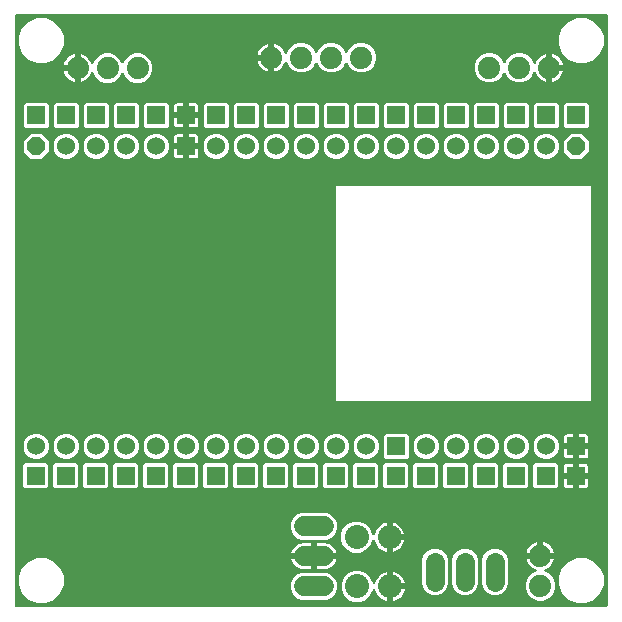
<source format=gbr>
G04 EAGLE Gerber RS-274X export*
G75*
%MOMM*%
%FSLAX34Y34*%
%LPD*%
%INTop Copper*%
%IPPOS*%
%AMOC8*
5,1,8,0,0,1.08239X$1,22.5*%
G01*
%ADD10C,2.032000*%
%ADD11C,1.879600*%
%ADD12C,1.676400*%
%ADD13C,1.650000*%
%ADD14P,1.649562X8X292.500000*%
%ADD15C,1.524000*%
%ADD16R,1.524000X1.524000*%

G36*
X503800Y3064D02*
X503800Y3064D01*
X503919Y3071D01*
X503957Y3084D01*
X503998Y3089D01*
X504108Y3132D01*
X504221Y3169D01*
X504256Y3191D01*
X504293Y3206D01*
X504389Y3275D01*
X504490Y3339D01*
X504518Y3369D01*
X504551Y3392D01*
X504627Y3484D01*
X504708Y3571D01*
X504728Y3606D01*
X504753Y3637D01*
X504804Y3745D01*
X504862Y3849D01*
X504872Y3889D01*
X504889Y3925D01*
X504911Y4042D01*
X504941Y4157D01*
X504945Y4217D01*
X504949Y4237D01*
X504947Y4258D01*
X504951Y4318D01*
X504951Y503682D01*
X504936Y503800D01*
X504929Y503919D01*
X504916Y503957D01*
X504911Y503998D01*
X504868Y504108D01*
X504831Y504221D01*
X504809Y504256D01*
X504794Y504293D01*
X504725Y504389D01*
X504661Y504490D01*
X504631Y504518D01*
X504608Y504551D01*
X504516Y504627D01*
X504429Y504708D01*
X504394Y504728D01*
X504363Y504753D01*
X504255Y504804D01*
X504151Y504862D01*
X504111Y504872D01*
X504075Y504889D01*
X503958Y504911D01*
X503843Y504941D01*
X503783Y504945D01*
X503763Y504949D01*
X503742Y504947D01*
X503682Y504951D01*
X4318Y504951D01*
X4200Y504936D01*
X4081Y504929D01*
X4043Y504916D01*
X4002Y504911D01*
X3892Y504868D01*
X3779Y504831D01*
X3744Y504809D01*
X3707Y504794D01*
X3611Y504725D01*
X3510Y504661D01*
X3482Y504631D01*
X3449Y504608D01*
X3373Y504516D01*
X3292Y504429D01*
X3272Y504394D01*
X3247Y504363D01*
X3196Y504255D01*
X3138Y504151D01*
X3128Y504111D01*
X3111Y504075D01*
X3089Y503958D01*
X3059Y503843D01*
X3055Y503783D01*
X3051Y503763D01*
X3053Y503742D01*
X3049Y503682D01*
X3049Y4318D01*
X3064Y4200D01*
X3071Y4081D01*
X3084Y4043D01*
X3089Y4002D01*
X3132Y3892D01*
X3169Y3779D01*
X3191Y3744D01*
X3206Y3707D01*
X3275Y3611D01*
X3339Y3510D01*
X3369Y3482D01*
X3392Y3449D01*
X3484Y3373D01*
X3571Y3292D01*
X3606Y3272D01*
X3637Y3247D01*
X3745Y3196D01*
X3849Y3138D01*
X3889Y3128D01*
X3925Y3111D01*
X4042Y3089D01*
X4157Y3059D01*
X4217Y3055D01*
X4237Y3051D01*
X4258Y3053D01*
X4318Y3049D01*
X503682Y3049D01*
X503800Y3064D01*
G37*
%LPC*%
G36*
X275082Y177291D02*
X275082Y177291D01*
X275081Y177292D01*
X275081Y359537D01*
X275082Y359538D01*
X490982Y359538D01*
X490983Y359537D01*
X490983Y177292D01*
X490982Y177291D01*
X275082Y177291D01*
G37*
%LPD*%
%LPC*%
G36*
X243142Y455929D02*
X243142Y455929D01*
X238568Y457824D01*
X235066Y461326D01*
X233813Y464351D01*
X233798Y464377D01*
X233789Y464406D01*
X233719Y464515D01*
X233655Y464628D01*
X233634Y464649D01*
X233618Y464674D01*
X233524Y464763D01*
X233434Y464856D01*
X233408Y464872D01*
X233387Y464892D01*
X233273Y464955D01*
X233163Y465022D01*
X233134Y465031D01*
X233108Y465045D01*
X232983Y465078D01*
X232859Y465116D01*
X232829Y465117D01*
X232800Y465125D01*
X232670Y465125D01*
X232541Y465131D01*
X232512Y465125D01*
X232482Y465125D01*
X232357Y465093D01*
X232230Y465067D01*
X232203Y465054D01*
X232174Y465046D01*
X232061Y464984D01*
X231944Y464927D01*
X231921Y464908D01*
X231895Y464893D01*
X231801Y464805D01*
X231702Y464721D01*
X231685Y464696D01*
X231663Y464676D01*
X231594Y464567D01*
X231519Y464461D01*
X231508Y464433D01*
X231492Y464407D01*
X231433Y464258D01*
X231282Y463793D01*
X230429Y462119D01*
X229324Y460598D01*
X227996Y459270D01*
X226475Y458165D01*
X224801Y457312D01*
X223014Y456731D01*
X222757Y456691D01*
X222757Y467106D01*
X222742Y467224D01*
X222735Y467343D01*
X222722Y467381D01*
X222717Y467421D01*
X222674Y467532D01*
X222637Y467645D01*
X222615Y467679D01*
X222600Y467717D01*
X222530Y467813D01*
X222467Y467914D01*
X222437Y467942D01*
X222413Y467974D01*
X222322Y468050D01*
X222235Y468132D01*
X222200Y468151D01*
X222169Y468177D01*
X222061Y468228D01*
X221957Y468285D01*
X221917Y468296D01*
X221881Y468313D01*
X221764Y468335D01*
X221649Y468365D01*
X221588Y468369D01*
X221568Y468373D01*
X221548Y468371D01*
X221488Y468375D01*
X220217Y468375D01*
X220217Y468377D01*
X221488Y468377D01*
X221606Y468392D01*
X221725Y468399D01*
X221763Y468412D01*
X221803Y468417D01*
X221914Y468461D01*
X222027Y468497D01*
X222062Y468519D01*
X222099Y468534D01*
X222195Y468604D01*
X222296Y468667D01*
X222324Y468697D01*
X222357Y468721D01*
X222432Y468812D01*
X222514Y468899D01*
X222534Y468934D01*
X222559Y468966D01*
X222610Y469073D01*
X222668Y469178D01*
X222678Y469217D01*
X222695Y469253D01*
X222717Y469370D01*
X222747Y469485D01*
X222751Y469546D01*
X222755Y469566D01*
X222753Y469586D01*
X222757Y469646D01*
X222757Y480061D01*
X223014Y480021D01*
X224801Y479440D01*
X226475Y478587D01*
X227996Y477482D01*
X229324Y476154D01*
X230429Y474633D01*
X231282Y472959D01*
X231433Y472494D01*
X231446Y472467D01*
X231453Y472438D01*
X231513Y472324D01*
X231568Y472206D01*
X231587Y472183D01*
X231601Y472157D01*
X231688Y472061D01*
X231771Y471961D01*
X231795Y471944D01*
X231815Y471922D01*
X231924Y471850D01*
X232028Y471774D01*
X232056Y471763D01*
X232081Y471747D01*
X232204Y471705D01*
X232324Y471657D01*
X232354Y471653D01*
X232382Y471644D01*
X232511Y471633D01*
X232639Y471617D01*
X232669Y471621D01*
X232699Y471618D01*
X232827Y471641D01*
X232955Y471657D01*
X232983Y471668D01*
X233012Y471673D01*
X233130Y471726D01*
X233251Y471774D01*
X233275Y471791D01*
X233302Y471803D01*
X233403Y471884D01*
X233508Y471960D01*
X233527Y471983D01*
X233551Y472002D01*
X233629Y472106D01*
X233711Y472205D01*
X233724Y472232D01*
X233742Y472256D01*
X233813Y472401D01*
X235066Y475426D01*
X238568Y478928D01*
X243142Y480823D01*
X248094Y480823D01*
X252668Y478928D01*
X256170Y475426D01*
X257145Y473071D01*
X257214Y472951D01*
X257279Y472828D01*
X257293Y472813D01*
X257303Y472795D01*
X257400Y472695D01*
X257493Y472592D01*
X257510Y472581D01*
X257524Y472567D01*
X257642Y472494D01*
X257759Y472418D01*
X257778Y472411D01*
X257795Y472400D01*
X257928Y472360D01*
X258060Y472314D01*
X258080Y472313D01*
X258099Y472307D01*
X258238Y472300D01*
X258377Y472289D01*
X258397Y472293D01*
X258417Y472292D01*
X258553Y472320D01*
X258690Y472344D01*
X258709Y472352D01*
X258728Y472356D01*
X258853Y472417D01*
X258980Y472474D01*
X258996Y472487D01*
X259014Y472496D01*
X259120Y472586D01*
X259228Y472673D01*
X259241Y472689D01*
X259256Y472702D01*
X259336Y472816D01*
X259420Y472927D01*
X259432Y472952D01*
X259439Y472962D01*
X259446Y472981D01*
X259491Y473071D01*
X260466Y475426D01*
X263968Y478928D01*
X268542Y480823D01*
X273494Y480823D01*
X278068Y478928D01*
X281570Y475426D01*
X282545Y473071D01*
X282614Y472951D01*
X282679Y472828D01*
X282693Y472813D01*
X282703Y472795D01*
X282800Y472695D01*
X282893Y472592D01*
X282910Y472581D01*
X282924Y472567D01*
X283042Y472494D01*
X283159Y472418D01*
X283178Y472411D01*
X283195Y472400D01*
X283328Y472360D01*
X283460Y472314D01*
X283480Y472313D01*
X283499Y472307D01*
X283638Y472300D01*
X283777Y472289D01*
X283797Y472293D01*
X283817Y472292D01*
X283953Y472320D01*
X284090Y472344D01*
X284109Y472352D01*
X284128Y472356D01*
X284253Y472417D01*
X284380Y472474D01*
X284396Y472487D01*
X284414Y472496D01*
X284520Y472586D01*
X284628Y472673D01*
X284641Y472689D01*
X284656Y472702D01*
X284736Y472816D01*
X284820Y472927D01*
X284832Y472952D01*
X284839Y472962D01*
X284846Y472981D01*
X284891Y473071D01*
X285866Y475426D01*
X289368Y478928D01*
X293942Y480823D01*
X298894Y480823D01*
X303468Y478928D01*
X306970Y475426D01*
X308865Y470852D01*
X308865Y465900D01*
X306970Y461326D01*
X303468Y457824D01*
X298894Y455929D01*
X293942Y455929D01*
X289368Y457824D01*
X285866Y461326D01*
X284891Y463681D01*
X284822Y463801D01*
X284757Y463924D01*
X284743Y463939D01*
X284733Y463957D01*
X284636Y464057D01*
X284543Y464160D01*
X284526Y464171D01*
X284512Y464185D01*
X284393Y464258D01*
X284277Y464334D01*
X284258Y464341D01*
X284241Y464352D01*
X284108Y464392D01*
X283976Y464438D01*
X283956Y464439D01*
X283937Y464445D01*
X283798Y464452D01*
X283659Y464463D01*
X283639Y464459D01*
X283619Y464460D01*
X283483Y464432D01*
X283346Y464408D01*
X283327Y464400D01*
X283308Y464396D01*
X283182Y464335D01*
X283056Y464278D01*
X283040Y464265D01*
X283022Y464256D01*
X282916Y464166D01*
X282808Y464079D01*
X282795Y464063D01*
X282780Y464050D01*
X282700Y463936D01*
X282616Y463825D01*
X282604Y463800D01*
X282597Y463790D01*
X282590Y463771D01*
X282545Y463681D01*
X281570Y461326D01*
X278068Y457824D01*
X273494Y455929D01*
X268542Y455929D01*
X263968Y457824D01*
X260466Y461326D01*
X259491Y463681D01*
X259422Y463801D01*
X259357Y463924D01*
X259343Y463939D01*
X259333Y463957D01*
X259236Y464057D01*
X259143Y464160D01*
X259126Y464171D01*
X259112Y464185D01*
X258993Y464258D01*
X258877Y464334D01*
X258858Y464341D01*
X258841Y464352D01*
X258708Y464392D01*
X258576Y464438D01*
X258556Y464439D01*
X258537Y464445D01*
X258398Y464452D01*
X258259Y464463D01*
X258239Y464459D01*
X258219Y464460D01*
X258083Y464432D01*
X257946Y464408D01*
X257927Y464400D01*
X257908Y464396D01*
X257782Y464335D01*
X257656Y464278D01*
X257640Y464265D01*
X257622Y464256D01*
X257516Y464166D01*
X257408Y464079D01*
X257395Y464063D01*
X257380Y464050D01*
X257300Y463936D01*
X257216Y463825D01*
X257204Y463800D01*
X257197Y463790D01*
X257190Y463771D01*
X257145Y463681D01*
X256170Y461326D01*
X252668Y457824D01*
X248094Y455929D01*
X243142Y455929D01*
G37*
%LPD*%
%LPC*%
G36*
X79058Y447039D02*
X79058Y447039D01*
X74484Y448934D01*
X70982Y452436D01*
X69729Y455461D01*
X69714Y455487D01*
X69705Y455516D01*
X69636Y455625D01*
X69571Y455738D01*
X69550Y455759D01*
X69534Y455784D01*
X69440Y455873D01*
X69350Y455966D01*
X69324Y455982D01*
X69303Y456002D01*
X69189Y456065D01*
X69079Y456132D01*
X69050Y456141D01*
X69024Y456155D01*
X68898Y456188D01*
X68775Y456226D01*
X68745Y456227D01*
X68716Y456235D01*
X68586Y456235D01*
X68457Y456241D01*
X68428Y456235D01*
X68398Y456235D01*
X68272Y456203D01*
X68146Y456177D01*
X68119Y456164D01*
X68090Y456156D01*
X67976Y456094D01*
X67860Y456037D01*
X67837Y456018D01*
X67811Y456003D01*
X67716Y455915D01*
X67618Y455831D01*
X67601Y455806D01*
X67579Y455786D01*
X67510Y455677D01*
X67435Y455571D01*
X67424Y455543D01*
X67408Y455517D01*
X67349Y455368D01*
X67198Y454903D01*
X66345Y453229D01*
X65240Y451708D01*
X63912Y450380D01*
X62391Y449275D01*
X60717Y448422D01*
X58930Y447841D01*
X58673Y447801D01*
X58673Y458216D01*
X58658Y458334D01*
X58651Y458453D01*
X58638Y458491D01*
X58633Y458531D01*
X58590Y458642D01*
X58553Y458755D01*
X58531Y458789D01*
X58516Y458827D01*
X58446Y458923D01*
X58383Y459024D01*
X58353Y459052D01*
X58329Y459084D01*
X58238Y459160D01*
X58151Y459242D01*
X58116Y459261D01*
X58085Y459287D01*
X57977Y459338D01*
X57873Y459395D01*
X57833Y459406D01*
X57797Y459423D01*
X57680Y459445D01*
X57565Y459475D01*
X57504Y459479D01*
X57484Y459483D01*
X57464Y459481D01*
X57404Y459485D01*
X56133Y459485D01*
X56133Y459487D01*
X57404Y459487D01*
X57522Y459502D01*
X57641Y459509D01*
X57679Y459522D01*
X57719Y459527D01*
X57830Y459571D01*
X57943Y459607D01*
X57978Y459629D01*
X58015Y459644D01*
X58111Y459714D01*
X58212Y459777D01*
X58240Y459807D01*
X58273Y459831D01*
X58348Y459922D01*
X58430Y460009D01*
X58450Y460044D01*
X58475Y460076D01*
X58526Y460183D01*
X58584Y460288D01*
X58594Y460327D01*
X58611Y460363D01*
X58633Y460480D01*
X58663Y460595D01*
X58667Y460656D01*
X58671Y460676D01*
X58669Y460696D01*
X58673Y460756D01*
X58673Y471171D01*
X58930Y471131D01*
X60717Y470550D01*
X62391Y469697D01*
X63912Y468592D01*
X65240Y467264D01*
X66345Y465743D01*
X67198Y464069D01*
X67349Y463604D01*
X67362Y463577D01*
X67369Y463548D01*
X67429Y463433D01*
X67484Y463316D01*
X67503Y463293D01*
X67517Y463267D01*
X67605Y463171D01*
X67687Y463071D01*
X67711Y463054D01*
X67731Y463032D01*
X67840Y462960D01*
X67944Y462884D01*
X67972Y462873D01*
X67997Y462857D01*
X68120Y462815D01*
X68240Y462767D01*
X68270Y462763D01*
X68298Y462754D01*
X68427Y462743D01*
X68555Y462727D01*
X68585Y462731D01*
X68615Y462728D01*
X68743Y462751D01*
X68871Y462767D01*
X68899Y462778D01*
X68928Y462783D01*
X69046Y462836D01*
X69167Y462884D01*
X69191Y462901D01*
X69218Y462913D01*
X69319Y462994D01*
X69424Y463070D01*
X69443Y463093D01*
X69467Y463112D01*
X69544Y463215D01*
X69627Y463315D01*
X69640Y463342D01*
X69658Y463366D01*
X69729Y463511D01*
X70982Y466536D01*
X74484Y470038D01*
X79058Y471933D01*
X84010Y471933D01*
X88584Y470038D01*
X92086Y466536D01*
X93061Y464181D01*
X93130Y464061D01*
X93195Y463938D01*
X93209Y463923D01*
X93219Y463905D01*
X93316Y463805D01*
X93409Y463702D01*
X93426Y463691D01*
X93440Y463677D01*
X93559Y463604D01*
X93675Y463528D01*
X93694Y463521D01*
X93711Y463510D01*
X93844Y463470D01*
X93976Y463424D01*
X93996Y463423D01*
X94015Y463417D01*
X94154Y463410D01*
X94293Y463399D01*
X94313Y463403D01*
X94333Y463402D01*
X94469Y463430D01*
X94606Y463454D01*
X94625Y463462D01*
X94644Y463466D01*
X94770Y463527D01*
X94896Y463584D01*
X94912Y463597D01*
X94930Y463606D01*
X95036Y463696D01*
X95144Y463783D01*
X95157Y463799D01*
X95172Y463812D01*
X95252Y463926D01*
X95336Y464037D01*
X95348Y464062D01*
X95355Y464072D01*
X95362Y464091D01*
X95407Y464181D01*
X96382Y466536D01*
X99884Y470038D01*
X104458Y471933D01*
X109410Y471933D01*
X113984Y470038D01*
X117486Y466536D01*
X119381Y461962D01*
X119381Y457010D01*
X117486Y452436D01*
X113984Y448934D01*
X109410Y447039D01*
X104458Y447039D01*
X99884Y448934D01*
X96382Y452436D01*
X95407Y454791D01*
X95338Y454911D01*
X95273Y455034D01*
X95259Y455049D01*
X95249Y455067D01*
X95152Y455167D01*
X95059Y455270D01*
X95042Y455281D01*
X95028Y455295D01*
X94910Y455368D01*
X94793Y455444D01*
X94774Y455451D01*
X94757Y455462D01*
X94624Y455502D01*
X94492Y455548D01*
X94472Y455549D01*
X94453Y455555D01*
X94314Y455562D01*
X94175Y455573D01*
X94155Y455569D01*
X94135Y455570D01*
X93999Y455542D01*
X93862Y455518D01*
X93843Y455510D01*
X93824Y455506D01*
X93699Y455445D01*
X93572Y455388D01*
X93556Y455375D01*
X93538Y455366D01*
X93432Y455276D01*
X93324Y455189D01*
X93311Y455173D01*
X93296Y455160D01*
X93216Y455046D01*
X93132Y454935D01*
X93120Y454910D01*
X93113Y454900D01*
X93106Y454881D01*
X93061Y454791D01*
X92086Y452436D01*
X88584Y448934D01*
X84010Y447039D01*
X79058Y447039D01*
G37*
%LPD*%
%LPC*%
G36*
X402400Y447293D02*
X402400Y447293D01*
X397826Y449188D01*
X394324Y452690D01*
X392429Y457264D01*
X392429Y462216D01*
X394324Y466790D01*
X397826Y470292D01*
X402400Y472187D01*
X407352Y472187D01*
X411926Y470292D01*
X415428Y466790D01*
X416403Y464435D01*
X416472Y464315D01*
X416537Y464192D01*
X416551Y464177D01*
X416561Y464159D01*
X416658Y464059D01*
X416751Y463956D01*
X416768Y463945D01*
X416782Y463931D01*
X416900Y463858D01*
X417017Y463782D01*
X417036Y463775D01*
X417053Y463764D01*
X417186Y463724D01*
X417318Y463678D01*
X417338Y463677D01*
X417357Y463671D01*
X417496Y463664D01*
X417635Y463653D01*
X417655Y463657D01*
X417675Y463656D01*
X417811Y463684D01*
X417948Y463708D01*
X417967Y463716D01*
X417986Y463720D01*
X418111Y463781D01*
X418238Y463838D01*
X418254Y463851D01*
X418272Y463860D01*
X418378Y463950D01*
X418486Y464037D01*
X418499Y464053D01*
X418514Y464066D01*
X418594Y464180D01*
X418678Y464291D01*
X418690Y464316D01*
X418697Y464326D01*
X418704Y464345D01*
X418749Y464435D01*
X419724Y466790D01*
X423226Y470292D01*
X427800Y472187D01*
X432752Y472187D01*
X437326Y470292D01*
X440828Y466790D01*
X442081Y463765D01*
X442096Y463739D01*
X442105Y463710D01*
X442175Y463601D01*
X442239Y463488D01*
X442260Y463467D01*
X442276Y463442D01*
X442370Y463353D01*
X442460Y463260D01*
X442486Y463244D01*
X442507Y463224D01*
X442621Y463161D01*
X442731Y463094D01*
X442760Y463085D01*
X442786Y463071D01*
X442911Y463038D01*
X443035Y463000D01*
X443065Y462999D01*
X443094Y462991D01*
X443224Y462991D01*
X443353Y462985D01*
X443382Y462991D01*
X443412Y462991D01*
X443537Y463023D01*
X443664Y463049D01*
X443691Y463062D01*
X443720Y463070D01*
X443833Y463132D01*
X443950Y463189D01*
X443973Y463208D01*
X443999Y463223D01*
X444093Y463311D01*
X444192Y463395D01*
X444209Y463420D01*
X444231Y463440D01*
X444300Y463549D01*
X444375Y463655D01*
X444386Y463683D01*
X444402Y463709D01*
X444461Y463858D01*
X444612Y464323D01*
X445465Y465997D01*
X446570Y467518D01*
X447898Y468846D01*
X449419Y469951D01*
X451093Y470804D01*
X452880Y471385D01*
X453137Y471425D01*
X453137Y461010D01*
X453152Y460892D01*
X453159Y460773D01*
X453172Y460735D01*
X453177Y460695D01*
X453220Y460584D01*
X453257Y460471D01*
X453279Y460437D01*
X453294Y460399D01*
X453364Y460303D01*
X453427Y460202D01*
X453457Y460174D01*
X453480Y460142D01*
X453572Y460066D01*
X453659Y459984D01*
X453694Y459965D01*
X453725Y459939D01*
X453833Y459888D01*
X453937Y459831D01*
X453977Y459820D01*
X454013Y459803D01*
X454130Y459781D01*
X454245Y459751D01*
X454306Y459747D01*
X454326Y459743D01*
X454346Y459745D01*
X454406Y459741D01*
X455677Y459741D01*
X455677Y459739D01*
X454406Y459739D01*
X454288Y459724D01*
X454169Y459717D01*
X454131Y459704D01*
X454090Y459699D01*
X453980Y459655D01*
X453867Y459619D01*
X453832Y459597D01*
X453795Y459582D01*
X453699Y459512D01*
X453598Y459449D01*
X453570Y459419D01*
X453537Y459395D01*
X453462Y459304D01*
X453380Y459217D01*
X453360Y459182D01*
X453335Y459150D01*
X453284Y459043D01*
X453226Y458938D01*
X453216Y458899D01*
X453199Y458863D01*
X453177Y458746D01*
X453147Y458631D01*
X453143Y458570D01*
X453139Y458550D01*
X453141Y458530D01*
X453137Y458470D01*
X453137Y448055D01*
X452880Y448095D01*
X451093Y448676D01*
X449419Y449529D01*
X447898Y450634D01*
X446570Y451962D01*
X445465Y453483D01*
X444612Y455157D01*
X444461Y455622D01*
X444448Y455649D01*
X444441Y455678D01*
X444381Y455792D01*
X444326Y455910D01*
X444307Y455933D01*
X444293Y455959D01*
X444206Y456055D01*
X444123Y456155D01*
X444099Y456172D01*
X444079Y456194D01*
X443970Y456266D01*
X443866Y456342D01*
X443838Y456353D01*
X443813Y456369D01*
X443690Y456411D01*
X443570Y456459D01*
X443540Y456463D01*
X443512Y456472D01*
X443383Y456483D01*
X443255Y456499D01*
X443225Y456495D01*
X443195Y456498D01*
X443067Y456475D01*
X442939Y456459D01*
X442911Y456448D01*
X442882Y456443D01*
X442764Y456390D01*
X442643Y456342D01*
X442619Y456325D01*
X442592Y456313D01*
X442491Y456232D01*
X442386Y456156D01*
X442367Y456133D01*
X442343Y456114D01*
X442265Y456010D01*
X442183Y455911D01*
X442170Y455884D01*
X442152Y455860D01*
X442081Y455715D01*
X440828Y452690D01*
X437326Y449188D01*
X432752Y447293D01*
X427800Y447293D01*
X423226Y449188D01*
X419724Y452690D01*
X418749Y455045D01*
X418680Y455165D01*
X418615Y455288D01*
X418601Y455303D01*
X418591Y455321D01*
X418494Y455421D01*
X418401Y455524D01*
X418384Y455535D01*
X418370Y455549D01*
X418251Y455622D01*
X418135Y455698D01*
X418116Y455705D01*
X418099Y455716D01*
X417966Y455756D01*
X417834Y455802D01*
X417814Y455803D01*
X417795Y455809D01*
X417656Y455816D01*
X417517Y455827D01*
X417497Y455823D01*
X417477Y455824D01*
X417341Y455796D01*
X417204Y455772D01*
X417185Y455764D01*
X417166Y455760D01*
X417040Y455699D01*
X416914Y455642D01*
X416898Y455629D01*
X416880Y455620D01*
X416774Y455530D01*
X416666Y455443D01*
X416653Y455427D01*
X416638Y455414D01*
X416558Y455300D01*
X416474Y455189D01*
X416462Y455164D01*
X416455Y455154D01*
X416448Y455135D01*
X416403Y455045D01*
X415428Y452690D01*
X411926Y449188D01*
X407352Y447293D01*
X402400Y447293D01*
G37*
%LPD*%
%LPC*%
G36*
X478836Y463676D02*
X478836Y463676D01*
X471881Y466557D01*
X466557Y471881D01*
X463676Y478836D01*
X463676Y486364D01*
X466557Y493319D01*
X471881Y498643D01*
X478836Y501524D01*
X486364Y501524D01*
X493319Y498643D01*
X498643Y493319D01*
X501524Y486364D01*
X501524Y478836D01*
X498643Y471881D01*
X493319Y466557D01*
X486364Y463676D01*
X478836Y463676D01*
G37*
%LPD*%
%LPC*%
G36*
X21636Y463676D02*
X21636Y463676D01*
X14681Y466557D01*
X9357Y471881D01*
X6476Y478836D01*
X6476Y486364D01*
X9357Y493319D01*
X14681Y498643D01*
X21636Y501524D01*
X29164Y501524D01*
X36119Y498643D01*
X41443Y493319D01*
X44324Y486364D01*
X44324Y478836D01*
X41443Y471881D01*
X36119Y466557D01*
X29164Y463676D01*
X21636Y463676D01*
G37*
%LPD*%
%LPC*%
G36*
X478836Y6476D02*
X478836Y6476D01*
X471881Y9357D01*
X466557Y14681D01*
X463676Y21636D01*
X463676Y29164D01*
X466557Y36119D01*
X471881Y41443D01*
X478836Y44324D01*
X486364Y44324D01*
X493319Y41443D01*
X498643Y36119D01*
X501524Y29164D01*
X501524Y21636D01*
X498643Y14681D01*
X493319Y9357D01*
X486364Y6476D01*
X478836Y6476D01*
G37*
%LPD*%
%LPC*%
G36*
X21636Y6476D02*
X21636Y6476D01*
X14681Y9357D01*
X9357Y14681D01*
X6476Y21636D01*
X6476Y29164D01*
X9357Y36119D01*
X14681Y41443D01*
X21636Y44324D01*
X29164Y44324D01*
X36119Y41443D01*
X41443Y36119D01*
X44324Y29164D01*
X44324Y21636D01*
X41443Y14681D01*
X36119Y9357D01*
X29164Y6476D01*
X21636Y6476D01*
G37*
%LPD*%
%LPC*%
G36*
X245630Y9397D02*
X245630Y9397D01*
X241429Y11137D01*
X238213Y14353D01*
X236473Y18554D01*
X236473Y23102D01*
X238213Y27303D01*
X241429Y30519D01*
X245630Y32259D01*
X266942Y32259D01*
X271143Y30519D01*
X274359Y27303D01*
X276099Y23102D01*
X276099Y18554D01*
X274359Y14353D01*
X271143Y11137D01*
X266942Y9397D01*
X245630Y9397D01*
G37*
%LPD*%
%LPC*%
G36*
X245630Y60197D02*
X245630Y60197D01*
X241429Y61937D01*
X238213Y65153D01*
X236473Y69354D01*
X236473Y73902D01*
X238213Y78103D01*
X241429Y81319D01*
X245630Y83059D01*
X266942Y83059D01*
X271143Y81319D01*
X274359Y78103D01*
X276099Y73902D01*
X276099Y69354D01*
X274359Y65153D01*
X271143Y61937D01*
X266942Y60197D01*
X245630Y60197D01*
G37*
%LPD*%
%LPC*%
G36*
X407454Y13471D02*
X407454Y13471D01*
X403302Y15191D01*
X400123Y18370D01*
X398403Y22522D01*
X398403Y43518D01*
X400123Y47670D01*
X403302Y50849D01*
X407454Y52569D01*
X411950Y52569D01*
X416102Y50849D01*
X419281Y47670D01*
X421001Y43518D01*
X421001Y22522D01*
X419281Y18370D01*
X416102Y15191D01*
X411950Y13471D01*
X407454Y13471D01*
G37*
%LPD*%
%LPC*%
G36*
X382054Y13471D02*
X382054Y13471D01*
X377902Y15191D01*
X374723Y18370D01*
X373003Y22522D01*
X373003Y43518D01*
X374723Y47670D01*
X377902Y50849D01*
X382054Y52569D01*
X386550Y52569D01*
X390702Y50849D01*
X393881Y47670D01*
X395601Y43518D01*
X395601Y22522D01*
X393881Y18370D01*
X390702Y15191D01*
X386550Y13471D01*
X382054Y13471D01*
G37*
%LPD*%
%LPC*%
G36*
X356654Y13471D02*
X356654Y13471D01*
X352502Y15191D01*
X349323Y18370D01*
X347603Y22522D01*
X347603Y43518D01*
X349323Y47670D01*
X352502Y50849D01*
X356654Y52569D01*
X361150Y52569D01*
X365302Y50849D01*
X368481Y47670D01*
X370201Y43518D01*
X370201Y22522D01*
X368481Y18370D01*
X365302Y15191D01*
X361150Y13471D01*
X356654Y13471D01*
G37*
%LPD*%
%LPC*%
G36*
X289727Y49021D02*
X289727Y49021D01*
X284872Y51032D01*
X281156Y54748D01*
X279145Y59603D01*
X279145Y64857D01*
X281156Y69712D01*
X284872Y73428D01*
X289727Y75439D01*
X294981Y75439D01*
X299836Y73428D01*
X303552Y69712D01*
X305496Y65018D01*
X305511Y64992D01*
X305520Y64964D01*
X305590Y64854D01*
X305654Y64742D01*
X305675Y64720D01*
X305691Y64695D01*
X305785Y64606D01*
X305875Y64513D01*
X305900Y64498D01*
X305922Y64477D01*
X306036Y64415D01*
X306146Y64347D01*
X306175Y64338D01*
X306201Y64324D01*
X306326Y64292D01*
X306450Y64253D01*
X306480Y64252D01*
X306509Y64245D01*
X306639Y64245D01*
X306768Y64238D01*
X306797Y64244D01*
X306827Y64244D01*
X306952Y64276D01*
X307079Y64303D01*
X307106Y64316D01*
X307135Y64323D01*
X307248Y64385D01*
X307365Y64442D01*
X307388Y64462D01*
X307414Y64476D01*
X307508Y64564D01*
X307607Y64649D01*
X307624Y64673D01*
X307646Y64694D01*
X307715Y64803D01*
X307790Y64909D01*
X307801Y64937D01*
X307817Y64962D01*
X307876Y65112D01*
X308524Y67105D01*
X309431Y68887D01*
X310606Y70504D01*
X312020Y71918D01*
X313637Y73093D01*
X315419Y74000D01*
X317320Y74618D01*
X317755Y74687D01*
X317755Y63500D01*
X317770Y63382D01*
X317777Y63263D01*
X317790Y63225D01*
X317795Y63185D01*
X317838Y63074D01*
X317875Y62961D01*
X317897Y62927D01*
X317912Y62889D01*
X317982Y62793D01*
X318045Y62692D01*
X318075Y62664D01*
X318098Y62632D01*
X318190Y62556D01*
X318277Y62474D01*
X318312Y62455D01*
X318343Y62429D01*
X318451Y62378D01*
X318555Y62321D01*
X318595Y62310D01*
X318631Y62293D01*
X318748Y62271D01*
X318863Y62241D01*
X318924Y62237D01*
X318944Y62233D01*
X318964Y62235D01*
X319024Y62231D01*
X320295Y62231D01*
X320295Y62229D01*
X319024Y62229D01*
X318906Y62214D01*
X318787Y62207D01*
X318749Y62194D01*
X318708Y62189D01*
X318598Y62145D01*
X318485Y62109D01*
X318450Y62087D01*
X318413Y62072D01*
X318317Y62002D01*
X318216Y61939D01*
X318188Y61909D01*
X318155Y61885D01*
X318080Y61794D01*
X317998Y61707D01*
X317978Y61672D01*
X317953Y61640D01*
X317902Y61533D01*
X317844Y61428D01*
X317834Y61389D01*
X317817Y61353D01*
X317795Y61236D01*
X317765Y61121D01*
X317761Y61060D01*
X317757Y61040D01*
X317759Y61020D01*
X317755Y60960D01*
X317755Y49773D01*
X317320Y49842D01*
X315419Y50460D01*
X313637Y51367D01*
X312020Y52542D01*
X310606Y53956D01*
X309431Y55573D01*
X308524Y57355D01*
X307876Y59348D01*
X307863Y59376D01*
X307856Y59405D01*
X307796Y59519D01*
X307741Y59636D01*
X307722Y59659D01*
X307708Y59686D01*
X307620Y59782D01*
X307538Y59881D01*
X307514Y59899D01*
X307494Y59921D01*
X307386Y59992D01*
X307281Y60068D01*
X307253Y60079D01*
X307228Y60096D01*
X307106Y60138D01*
X306985Y60186D01*
X306955Y60189D01*
X306927Y60199D01*
X306798Y60209D01*
X306670Y60226D01*
X306640Y60222D01*
X306610Y60224D01*
X306482Y60202D01*
X306354Y60186D01*
X306326Y60175D01*
X306297Y60170D01*
X306179Y60117D01*
X306058Y60069D01*
X306034Y60051D01*
X306007Y60039D01*
X305906Y59958D01*
X305801Y59882D01*
X305782Y59859D01*
X305758Y59841D01*
X305680Y59737D01*
X305598Y59637D01*
X305585Y59610D01*
X305567Y59587D01*
X305496Y59442D01*
X303552Y54748D01*
X299836Y51032D01*
X294981Y49021D01*
X289727Y49021D01*
G37*
%LPD*%
%LPC*%
G36*
X290235Y7365D02*
X290235Y7365D01*
X285380Y9376D01*
X281664Y13092D01*
X279653Y17947D01*
X279653Y23201D01*
X281664Y28056D01*
X285380Y31772D01*
X290235Y33783D01*
X295489Y33783D01*
X300344Y31772D01*
X304060Y28056D01*
X306004Y23362D01*
X306019Y23336D01*
X306028Y23308D01*
X306098Y23198D01*
X306162Y23086D01*
X306183Y23064D01*
X306199Y23039D01*
X306293Y22950D01*
X306383Y22857D01*
X306408Y22842D01*
X306430Y22821D01*
X306544Y22759D01*
X306654Y22691D01*
X306683Y22682D01*
X306709Y22668D01*
X306834Y22636D01*
X306958Y22597D01*
X306988Y22596D01*
X307017Y22589D01*
X307147Y22589D01*
X307276Y22582D01*
X307305Y22588D01*
X307335Y22588D01*
X307460Y22620D01*
X307587Y22647D01*
X307614Y22660D01*
X307643Y22667D01*
X307756Y22729D01*
X307873Y22786D01*
X307896Y22806D01*
X307922Y22820D01*
X308016Y22908D01*
X308115Y22993D01*
X308132Y23017D01*
X308154Y23038D01*
X308223Y23147D01*
X308298Y23253D01*
X308309Y23281D01*
X308325Y23306D01*
X308384Y23456D01*
X309032Y25449D01*
X309939Y27231D01*
X311114Y28848D01*
X312528Y30262D01*
X314145Y31437D01*
X315927Y32344D01*
X317828Y32962D01*
X318263Y33031D01*
X318263Y21844D01*
X318278Y21726D01*
X318285Y21607D01*
X318298Y21569D01*
X318303Y21529D01*
X318346Y21418D01*
X318383Y21305D01*
X318405Y21271D01*
X318420Y21233D01*
X318490Y21137D01*
X318553Y21036D01*
X318583Y21008D01*
X318606Y20976D01*
X318698Y20900D01*
X318785Y20818D01*
X318820Y20799D01*
X318851Y20773D01*
X318959Y20722D01*
X319063Y20665D01*
X319103Y20654D01*
X319139Y20637D01*
X319256Y20615D01*
X319371Y20585D01*
X319432Y20581D01*
X319452Y20577D01*
X319472Y20579D01*
X319532Y20575D01*
X320803Y20575D01*
X320803Y20573D01*
X319532Y20573D01*
X319414Y20558D01*
X319295Y20551D01*
X319257Y20538D01*
X319216Y20533D01*
X319106Y20489D01*
X318993Y20453D01*
X318958Y20431D01*
X318921Y20416D01*
X318825Y20346D01*
X318724Y20283D01*
X318696Y20253D01*
X318663Y20229D01*
X318588Y20138D01*
X318506Y20051D01*
X318486Y20016D01*
X318461Y19984D01*
X318410Y19877D01*
X318352Y19772D01*
X318342Y19733D01*
X318325Y19697D01*
X318303Y19580D01*
X318273Y19465D01*
X318269Y19404D01*
X318265Y19384D01*
X318267Y19364D01*
X318263Y19304D01*
X318263Y8117D01*
X317828Y8186D01*
X315927Y8804D01*
X314145Y9711D01*
X312528Y10886D01*
X311114Y12300D01*
X309939Y13917D01*
X309032Y15699D01*
X308384Y17692D01*
X308371Y17720D01*
X308364Y17749D01*
X308304Y17863D01*
X308249Y17980D01*
X308230Y18003D01*
X308216Y18030D01*
X308128Y18126D01*
X308046Y18225D01*
X308022Y18243D01*
X308002Y18265D01*
X307894Y18336D01*
X307789Y18412D01*
X307761Y18423D01*
X307736Y18440D01*
X307614Y18482D01*
X307493Y18530D01*
X307463Y18533D01*
X307435Y18543D01*
X307306Y18553D01*
X307178Y18570D01*
X307148Y18566D01*
X307118Y18568D01*
X306990Y18546D01*
X306862Y18530D01*
X306834Y18519D01*
X306805Y18514D01*
X306687Y18461D01*
X306566Y18413D01*
X306542Y18395D01*
X306515Y18383D01*
X306414Y18302D01*
X306309Y18226D01*
X306290Y18203D01*
X306266Y18185D01*
X306188Y18081D01*
X306106Y17981D01*
X306093Y17954D01*
X306075Y17931D01*
X306004Y17786D01*
X304060Y13092D01*
X300344Y9376D01*
X295489Y7365D01*
X290235Y7365D01*
G37*
%LPD*%
%LPC*%
G36*
X445580Y8635D02*
X445580Y8635D01*
X441006Y10530D01*
X437504Y14032D01*
X435609Y18606D01*
X435609Y23558D01*
X437504Y28132D01*
X441006Y31634D01*
X444031Y32887D01*
X444057Y32902D01*
X444086Y32911D01*
X444195Y32981D01*
X444308Y33045D01*
X444329Y33066D01*
X444354Y33082D01*
X444443Y33176D01*
X444536Y33266D01*
X444552Y33292D01*
X444572Y33313D01*
X444635Y33427D01*
X444702Y33537D01*
X444711Y33566D01*
X444725Y33592D01*
X444758Y33717D01*
X444796Y33841D01*
X444797Y33871D01*
X444805Y33900D01*
X444805Y34030D01*
X444811Y34159D01*
X444805Y34188D01*
X444805Y34218D01*
X444773Y34343D01*
X444747Y34470D01*
X444734Y34497D01*
X444726Y34526D01*
X444664Y34639D01*
X444607Y34756D01*
X444588Y34779D01*
X444573Y34805D01*
X444485Y34899D01*
X444401Y34998D01*
X444376Y35015D01*
X444356Y35037D01*
X444247Y35106D01*
X444141Y35181D01*
X444113Y35192D01*
X444087Y35208D01*
X443938Y35267D01*
X443473Y35418D01*
X441799Y36271D01*
X440278Y37376D01*
X438950Y38704D01*
X437845Y40225D01*
X436992Y41899D01*
X436411Y43686D01*
X436371Y43943D01*
X446786Y43943D01*
X446904Y43958D01*
X447023Y43965D01*
X447061Y43978D01*
X447101Y43983D01*
X447212Y44026D01*
X447325Y44063D01*
X447359Y44085D01*
X447397Y44100D01*
X447493Y44170D01*
X447594Y44233D01*
X447622Y44263D01*
X447654Y44286D01*
X447730Y44378D01*
X447812Y44465D01*
X447831Y44500D01*
X447857Y44531D01*
X447908Y44639D01*
X447965Y44743D01*
X447976Y44783D01*
X447993Y44819D01*
X448015Y44936D01*
X448045Y45051D01*
X448049Y45112D01*
X448053Y45132D01*
X448051Y45152D01*
X448055Y45212D01*
X448055Y46483D01*
X448057Y46483D01*
X448057Y45212D01*
X448072Y45094D01*
X448079Y44975D01*
X448092Y44937D01*
X448097Y44896D01*
X448141Y44786D01*
X448177Y44673D01*
X448199Y44638D01*
X448214Y44601D01*
X448284Y44505D01*
X448347Y44404D01*
X448377Y44376D01*
X448401Y44343D01*
X448492Y44268D01*
X448579Y44186D01*
X448614Y44166D01*
X448646Y44141D01*
X448753Y44090D01*
X448858Y44032D01*
X448897Y44022D01*
X448933Y44005D01*
X449050Y43983D01*
X449165Y43953D01*
X449226Y43949D01*
X449246Y43945D01*
X449266Y43947D01*
X449326Y43943D01*
X459741Y43943D01*
X459701Y43686D01*
X459120Y41899D01*
X458267Y40225D01*
X457162Y38704D01*
X455834Y37376D01*
X454313Y36271D01*
X452639Y35418D01*
X452174Y35267D01*
X452147Y35254D01*
X452118Y35247D01*
X452004Y35187D01*
X451886Y35132D01*
X451863Y35113D01*
X451837Y35099D01*
X451741Y35012D01*
X451641Y34929D01*
X451624Y34905D01*
X451602Y34885D01*
X451530Y34776D01*
X451454Y34672D01*
X451443Y34644D01*
X451427Y34619D01*
X451385Y34496D01*
X451337Y34376D01*
X451333Y34346D01*
X451324Y34318D01*
X451313Y34189D01*
X451297Y34061D01*
X451301Y34031D01*
X451298Y34001D01*
X451321Y33873D01*
X451337Y33745D01*
X451348Y33717D01*
X451353Y33688D01*
X451406Y33570D01*
X451454Y33449D01*
X451471Y33425D01*
X451483Y33398D01*
X451564Y33297D01*
X451640Y33192D01*
X451663Y33173D01*
X451682Y33149D01*
X451786Y33071D01*
X451885Y32989D01*
X451912Y32976D01*
X451936Y32958D01*
X452081Y32887D01*
X455106Y31634D01*
X458608Y28132D01*
X460503Y23558D01*
X460503Y18606D01*
X458608Y14032D01*
X455106Y10530D01*
X450532Y8635D01*
X445580Y8635D01*
G37*
%LPD*%
%LPC*%
G36*
X342399Y408685D02*
X342399Y408685D01*
X340613Y410471D01*
X340613Y428237D01*
X342399Y430023D01*
X360165Y430023D01*
X361951Y428237D01*
X361951Y410471D01*
X360165Y408685D01*
X342399Y408685D01*
G37*
%LPD*%
%LPC*%
G36*
X316999Y408685D02*
X316999Y408685D01*
X315213Y410471D01*
X315213Y428237D01*
X316999Y430023D01*
X334765Y430023D01*
X336551Y428237D01*
X336551Y410471D01*
X334765Y408685D01*
X316999Y408685D01*
G37*
%LPD*%
%LPC*%
G36*
X291599Y408685D02*
X291599Y408685D01*
X289813Y410471D01*
X289813Y428237D01*
X291599Y430023D01*
X309365Y430023D01*
X311151Y428237D01*
X311151Y410471D01*
X309365Y408685D01*
X291599Y408685D01*
G37*
%LPD*%
%LPC*%
G36*
X266199Y408685D02*
X266199Y408685D01*
X264413Y410471D01*
X264413Y428237D01*
X266199Y430023D01*
X283965Y430023D01*
X285751Y428237D01*
X285751Y410471D01*
X283965Y408685D01*
X266199Y408685D01*
G37*
%LPD*%
%LPC*%
G36*
X240799Y408685D02*
X240799Y408685D01*
X239013Y410471D01*
X239013Y428237D01*
X240799Y430023D01*
X258565Y430023D01*
X260351Y428237D01*
X260351Y410471D01*
X258565Y408685D01*
X240799Y408685D01*
G37*
%LPD*%
%LPC*%
G36*
X215399Y408685D02*
X215399Y408685D01*
X213613Y410471D01*
X213613Y428237D01*
X215399Y430023D01*
X233165Y430023D01*
X234951Y428237D01*
X234951Y410471D01*
X233165Y408685D01*
X215399Y408685D01*
G37*
%LPD*%
%LPC*%
G36*
X189999Y408685D02*
X189999Y408685D01*
X188213Y410471D01*
X188213Y428237D01*
X189999Y430023D01*
X207765Y430023D01*
X209551Y428237D01*
X209551Y410471D01*
X207765Y408685D01*
X189999Y408685D01*
G37*
%LPD*%
%LPC*%
G36*
X164599Y408685D02*
X164599Y408685D01*
X162813Y410471D01*
X162813Y428237D01*
X164599Y430023D01*
X182365Y430023D01*
X184151Y428237D01*
X184151Y410471D01*
X182365Y408685D01*
X164599Y408685D01*
G37*
%LPD*%
%LPC*%
G36*
X113799Y408685D02*
X113799Y408685D01*
X112013Y410471D01*
X112013Y428237D01*
X113799Y430023D01*
X131565Y430023D01*
X133351Y428237D01*
X133351Y410471D01*
X131565Y408685D01*
X113799Y408685D01*
G37*
%LPD*%
%LPC*%
G36*
X88399Y408685D02*
X88399Y408685D01*
X86613Y410471D01*
X86613Y428237D01*
X88399Y430023D01*
X106165Y430023D01*
X107951Y428237D01*
X107951Y410471D01*
X106165Y408685D01*
X88399Y408685D01*
G37*
%LPD*%
%LPC*%
G36*
X62999Y408685D02*
X62999Y408685D01*
X61213Y410471D01*
X61213Y428237D01*
X62999Y430023D01*
X80765Y430023D01*
X82551Y428237D01*
X82551Y410471D01*
X80765Y408685D01*
X62999Y408685D01*
G37*
%LPD*%
%LPC*%
G36*
X164345Y103631D02*
X164345Y103631D01*
X162559Y105417D01*
X162559Y123183D01*
X164345Y124969D01*
X182111Y124969D01*
X183897Y123183D01*
X183897Y105417D01*
X182111Y103631D01*
X164345Y103631D01*
G37*
%LPD*%
%LPC*%
G36*
X12199Y408685D02*
X12199Y408685D01*
X10413Y410471D01*
X10413Y428237D01*
X12199Y430023D01*
X29965Y430023D01*
X31751Y428237D01*
X31751Y410471D01*
X29965Y408685D01*
X12199Y408685D01*
G37*
%LPD*%
%LPC*%
G36*
X291345Y103631D02*
X291345Y103631D01*
X289559Y105417D01*
X289559Y123183D01*
X291345Y124969D01*
X309111Y124969D01*
X310897Y123183D01*
X310897Y105417D01*
X309111Y103631D01*
X291345Y103631D01*
G37*
%LPD*%
%LPC*%
G36*
X316745Y103631D02*
X316745Y103631D01*
X314959Y105417D01*
X314959Y123183D01*
X316745Y124969D01*
X334511Y124969D01*
X336297Y123183D01*
X336297Y105417D01*
X334511Y103631D01*
X316745Y103631D01*
G37*
%LPD*%
%LPC*%
G36*
X342145Y103631D02*
X342145Y103631D01*
X340359Y105417D01*
X340359Y123183D01*
X342145Y124969D01*
X359911Y124969D01*
X361697Y123183D01*
X361697Y105417D01*
X359911Y103631D01*
X342145Y103631D01*
G37*
%LPD*%
%LPC*%
G36*
X367545Y103631D02*
X367545Y103631D01*
X365759Y105417D01*
X365759Y123183D01*
X367545Y124969D01*
X385311Y124969D01*
X387097Y123183D01*
X387097Y105417D01*
X385311Y103631D01*
X367545Y103631D01*
G37*
%LPD*%
%LPC*%
G36*
X392945Y103631D02*
X392945Y103631D01*
X391159Y105417D01*
X391159Y123183D01*
X392945Y124969D01*
X410711Y124969D01*
X412497Y123183D01*
X412497Y105417D01*
X410711Y103631D01*
X392945Y103631D01*
G37*
%LPD*%
%LPC*%
G36*
X11945Y103631D02*
X11945Y103631D01*
X10159Y105417D01*
X10159Y123183D01*
X11945Y124969D01*
X29711Y124969D01*
X31497Y123183D01*
X31497Y105417D01*
X29711Y103631D01*
X11945Y103631D01*
G37*
%LPD*%
%LPC*%
G36*
X37345Y103631D02*
X37345Y103631D01*
X35559Y105417D01*
X35559Y123183D01*
X37345Y124969D01*
X55111Y124969D01*
X56897Y123183D01*
X56897Y105417D01*
X55111Y103631D01*
X37345Y103631D01*
G37*
%LPD*%
%LPC*%
G36*
X316999Y128523D02*
X316999Y128523D01*
X315213Y130309D01*
X315213Y148075D01*
X316999Y149861D01*
X334765Y149861D01*
X336551Y148075D01*
X336551Y130309D01*
X334765Y128523D01*
X316999Y128523D01*
G37*
%LPD*%
%LPC*%
G36*
X138945Y103631D02*
X138945Y103631D01*
X137159Y105417D01*
X137159Y123183D01*
X138945Y124969D01*
X156711Y124969D01*
X158497Y123183D01*
X158497Y105417D01*
X156711Y103631D01*
X138945Y103631D01*
G37*
%LPD*%
%LPC*%
G36*
X189745Y103631D02*
X189745Y103631D01*
X187959Y105417D01*
X187959Y123183D01*
X189745Y124969D01*
X207511Y124969D01*
X209297Y123183D01*
X209297Y105417D01*
X207511Y103631D01*
X189745Y103631D01*
G37*
%LPD*%
%LPC*%
G36*
X443745Y103631D02*
X443745Y103631D01*
X441959Y105417D01*
X441959Y123183D01*
X443745Y124969D01*
X461511Y124969D01*
X463297Y123183D01*
X463297Y105417D01*
X461511Y103631D01*
X443745Y103631D01*
G37*
%LPD*%
%LPC*%
G36*
X113545Y103631D02*
X113545Y103631D01*
X111759Y105417D01*
X111759Y123183D01*
X113545Y124969D01*
X131311Y124969D01*
X133097Y123183D01*
X133097Y105417D01*
X131311Y103631D01*
X113545Y103631D01*
G37*
%LPD*%
%LPC*%
G36*
X88145Y103631D02*
X88145Y103631D01*
X86359Y105417D01*
X86359Y123183D01*
X88145Y124969D01*
X105911Y124969D01*
X107697Y123183D01*
X107697Y105417D01*
X105911Y103631D01*
X88145Y103631D01*
G37*
%LPD*%
%LPC*%
G36*
X62745Y103631D02*
X62745Y103631D01*
X60959Y105417D01*
X60959Y123183D01*
X62745Y124969D01*
X80511Y124969D01*
X82297Y123183D01*
X82297Y105417D01*
X80511Y103631D01*
X62745Y103631D01*
G37*
%LPD*%
%LPC*%
G36*
X215145Y103631D02*
X215145Y103631D01*
X213359Y105417D01*
X213359Y123183D01*
X215145Y124969D01*
X232911Y124969D01*
X234697Y123183D01*
X234697Y105417D01*
X232911Y103631D01*
X215145Y103631D01*
G37*
%LPD*%
%LPC*%
G36*
X240545Y103631D02*
X240545Y103631D01*
X238759Y105417D01*
X238759Y123183D01*
X240545Y124969D01*
X258311Y124969D01*
X260097Y123183D01*
X260097Y105417D01*
X258311Y103631D01*
X240545Y103631D01*
G37*
%LPD*%
%LPC*%
G36*
X37599Y408685D02*
X37599Y408685D01*
X35813Y410471D01*
X35813Y428237D01*
X37599Y430023D01*
X55365Y430023D01*
X57151Y428237D01*
X57151Y410471D01*
X55365Y408685D01*
X37599Y408685D01*
G37*
%LPD*%
%LPC*%
G36*
X265945Y103631D02*
X265945Y103631D01*
X264159Y105417D01*
X264159Y123183D01*
X265945Y124969D01*
X283711Y124969D01*
X285497Y123183D01*
X285497Y105417D01*
X283711Y103631D01*
X265945Y103631D01*
G37*
%LPD*%
%LPC*%
G36*
X469399Y408685D02*
X469399Y408685D01*
X467613Y410471D01*
X467613Y428237D01*
X469399Y430023D01*
X487165Y430023D01*
X488951Y428237D01*
X488951Y410471D01*
X487165Y408685D01*
X469399Y408685D01*
G37*
%LPD*%
%LPC*%
G36*
X443999Y408685D02*
X443999Y408685D01*
X442213Y410471D01*
X442213Y428237D01*
X443999Y430023D01*
X461765Y430023D01*
X463551Y428237D01*
X463551Y410471D01*
X461765Y408685D01*
X443999Y408685D01*
G37*
%LPD*%
%LPC*%
G36*
X418599Y408685D02*
X418599Y408685D01*
X416813Y410471D01*
X416813Y428237D01*
X418599Y430023D01*
X436365Y430023D01*
X438151Y428237D01*
X438151Y410471D01*
X436365Y408685D01*
X418599Y408685D01*
G37*
%LPD*%
%LPC*%
G36*
X393199Y408685D02*
X393199Y408685D01*
X391413Y410471D01*
X391413Y428237D01*
X393199Y430023D01*
X410965Y430023D01*
X412751Y428237D01*
X412751Y410471D01*
X410965Y408685D01*
X393199Y408685D01*
G37*
%LPD*%
%LPC*%
G36*
X367799Y408685D02*
X367799Y408685D01*
X366013Y410471D01*
X366013Y428237D01*
X367799Y430023D01*
X385565Y430023D01*
X387351Y428237D01*
X387351Y410471D01*
X385565Y408685D01*
X367799Y408685D01*
G37*
%LPD*%
%LPC*%
G36*
X418345Y103631D02*
X418345Y103631D01*
X416559Y105417D01*
X416559Y123183D01*
X418345Y124969D01*
X436111Y124969D01*
X437897Y123183D01*
X437897Y105417D01*
X436111Y103631D01*
X418345Y103631D01*
G37*
%LPD*%
%LPC*%
G36*
X16663Y382523D02*
X16663Y382523D01*
X10413Y388773D01*
X10413Y397611D01*
X16663Y403861D01*
X25501Y403861D01*
X31751Y397611D01*
X31751Y388773D01*
X25501Y382523D01*
X16663Y382523D01*
G37*
%LPD*%
%LPC*%
G36*
X473863Y382523D02*
X473863Y382523D01*
X467613Y388773D01*
X467613Y397611D01*
X473863Y403861D01*
X482701Y403861D01*
X488951Y397611D01*
X488951Y388773D01*
X482701Y382523D01*
X473863Y382523D01*
G37*
%LPD*%
%LPC*%
G36*
X120560Y382523D02*
X120560Y382523D01*
X116639Y384147D01*
X113637Y387149D01*
X112013Y391070D01*
X112013Y395314D01*
X113637Y399235D01*
X116639Y402237D01*
X120560Y403861D01*
X124804Y403861D01*
X128725Y402237D01*
X131727Y399235D01*
X133351Y395314D01*
X133351Y391070D01*
X131727Y387149D01*
X128725Y384147D01*
X124804Y382523D01*
X120560Y382523D01*
G37*
%LPD*%
%LPC*%
G36*
X95160Y382523D02*
X95160Y382523D01*
X91239Y384147D01*
X88237Y387149D01*
X86613Y391070D01*
X86613Y395314D01*
X88237Y399235D01*
X91239Y402237D01*
X95160Y403861D01*
X99404Y403861D01*
X103325Y402237D01*
X106327Y399235D01*
X107951Y395314D01*
X107951Y391070D01*
X106327Y387149D01*
X103325Y384147D01*
X99404Y382523D01*
X95160Y382523D01*
G37*
%LPD*%
%LPC*%
G36*
X69760Y382523D02*
X69760Y382523D01*
X65839Y384147D01*
X62837Y387149D01*
X61213Y391070D01*
X61213Y395314D01*
X62837Y399235D01*
X65839Y402237D01*
X69760Y403861D01*
X74004Y403861D01*
X77925Y402237D01*
X80927Y399235D01*
X82551Y395314D01*
X82551Y391070D01*
X80927Y387149D01*
X77925Y384147D01*
X74004Y382523D01*
X69760Y382523D01*
G37*
%LPD*%
%LPC*%
G36*
X399960Y128523D02*
X399960Y128523D01*
X396039Y130147D01*
X393037Y133149D01*
X391413Y137070D01*
X391413Y141314D01*
X393037Y145235D01*
X396039Y148237D01*
X399960Y149861D01*
X404204Y149861D01*
X408125Y148237D01*
X411127Y145235D01*
X412751Y141314D01*
X412751Y137070D01*
X411127Y133149D01*
X408125Y130147D01*
X404204Y128523D01*
X399960Y128523D01*
G37*
%LPD*%
%LPC*%
G36*
X374560Y128523D02*
X374560Y128523D01*
X370639Y130147D01*
X367637Y133149D01*
X366013Y137070D01*
X366013Y141314D01*
X367637Y145235D01*
X370639Y148237D01*
X374560Y149861D01*
X378804Y149861D01*
X382725Y148237D01*
X385727Y145235D01*
X387351Y141314D01*
X387351Y137070D01*
X385727Y133149D01*
X382725Y130147D01*
X378804Y128523D01*
X374560Y128523D01*
G37*
%LPD*%
%LPC*%
G36*
X450760Y128523D02*
X450760Y128523D01*
X446839Y130147D01*
X443837Y133149D01*
X442213Y137070D01*
X442213Y141314D01*
X443837Y145235D01*
X446839Y148237D01*
X450760Y149861D01*
X455004Y149861D01*
X458925Y148237D01*
X461927Y145235D01*
X463551Y141314D01*
X463551Y137070D01*
X461927Y133149D01*
X458925Y130147D01*
X455004Y128523D01*
X450760Y128523D01*
G37*
%LPD*%
%LPC*%
G36*
X425360Y128523D02*
X425360Y128523D01*
X421439Y130147D01*
X418437Y133149D01*
X416813Y137070D01*
X416813Y141314D01*
X418437Y145235D01*
X421439Y148237D01*
X425360Y149861D01*
X429604Y149861D01*
X433525Y148237D01*
X436527Y145235D01*
X438151Y141314D01*
X438151Y137070D01*
X436527Y133149D01*
X433525Y130147D01*
X429604Y128523D01*
X425360Y128523D01*
G37*
%LPD*%
%LPC*%
G36*
X145960Y128523D02*
X145960Y128523D01*
X142039Y130147D01*
X139037Y133149D01*
X137413Y137070D01*
X137413Y141314D01*
X139037Y145235D01*
X142039Y148237D01*
X145960Y149861D01*
X150204Y149861D01*
X154125Y148237D01*
X157127Y145235D01*
X158751Y141314D01*
X158751Y137070D01*
X157127Y133149D01*
X154125Y130147D01*
X150204Y128523D01*
X145960Y128523D01*
G37*
%LPD*%
%LPC*%
G36*
X120560Y128523D02*
X120560Y128523D01*
X116639Y130147D01*
X113637Y133149D01*
X112013Y137070D01*
X112013Y141314D01*
X113637Y145235D01*
X116639Y148237D01*
X120560Y149861D01*
X124804Y149861D01*
X128725Y148237D01*
X131727Y145235D01*
X133351Y141314D01*
X133351Y137070D01*
X131727Y133149D01*
X128725Y130147D01*
X124804Y128523D01*
X120560Y128523D01*
G37*
%LPD*%
%LPC*%
G36*
X349160Y128523D02*
X349160Y128523D01*
X345239Y130147D01*
X342237Y133149D01*
X340613Y137070D01*
X340613Y141314D01*
X342237Y145235D01*
X345239Y148237D01*
X349160Y149861D01*
X353404Y149861D01*
X357325Y148237D01*
X360327Y145235D01*
X361951Y141314D01*
X361951Y137070D01*
X360327Y133149D01*
X357325Y130147D01*
X353404Y128523D01*
X349160Y128523D01*
G37*
%LPD*%
%LPC*%
G36*
X298360Y128523D02*
X298360Y128523D01*
X294439Y130147D01*
X291437Y133149D01*
X289813Y137070D01*
X289813Y141314D01*
X291437Y145235D01*
X294439Y148237D01*
X298360Y149861D01*
X302604Y149861D01*
X306525Y148237D01*
X309527Y145235D01*
X311151Y141314D01*
X311151Y137070D01*
X309527Y133149D01*
X306525Y130147D01*
X302604Y128523D01*
X298360Y128523D01*
G37*
%LPD*%
%LPC*%
G36*
X272960Y128523D02*
X272960Y128523D01*
X269039Y130147D01*
X266037Y133149D01*
X264413Y137070D01*
X264413Y141314D01*
X266037Y145235D01*
X269039Y148237D01*
X272960Y149861D01*
X277204Y149861D01*
X281125Y148237D01*
X284127Y145235D01*
X285751Y141314D01*
X285751Y137070D01*
X284127Y133149D01*
X281125Y130147D01*
X277204Y128523D01*
X272960Y128523D01*
G37*
%LPD*%
%LPC*%
G36*
X247560Y128523D02*
X247560Y128523D01*
X243639Y130147D01*
X240637Y133149D01*
X239013Y137070D01*
X239013Y141314D01*
X240637Y145235D01*
X243639Y148237D01*
X247560Y149861D01*
X251804Y149861D01*
X255725Y148237D01*
X258727Y145235D01*
X260351Y141314D01*
X260351Y137070D01*
X258727Y133149D01*
X255725Y130147D01*
X251804Y128523D01*
X247560Y128523D01*
G37*
%LPD*%
%LPC*%
G36*
X222160Y128523D02*
X222160Y128523D01*
X218239Y130147D01*
X215237Y133149D01*
X213613Y137070D01*
X213613Y141314D01*
X215237Y145235D01*
X218239Y148237D01*
X222160Y149861D01*
X226404Y149861D01*
X230325Y148237D01*
X233327Y145235D01*
X234951Y141314D01*
X234951Y137070D01*
X233327Y133149D01*
X230325Y130147D01*
X226404Y128523D01*
X222160Y128523D01*
G37*
%LPD*%
%LPC*%
G36*
X196760Y128523D02*
X196760Y128523D01*
X192839Y130147D01*
X189837Y133149D01*
X188213Y137070D01*
X188213Y141314D01*
X189837Y145235D01*
X192839Y148237D01*
X196760Y149861D01*
X201004Y149861D01*
X204925Y148237D01*
X207927Y145235D01*
X209551Y141314D01*
X209551Y137070D01*
X207927Y133149D01*
X204925Y130147D01*
X201004Y128523D01*
X196760Y128523D01*
G37*
%LPD*%
%LPC*%
G36*
X171360Y128523D02*
X171360Y128523D01*
X167439Y130147D01*
X164437Y133149D01*
X162813Y137070D01*
X162813Y141314D01*
X164437Y145235D01*
X167439Y148237D01*
X171360Y149861D01*
X175604Y149861D01*
X179525Y148237D01*
X182527Y145235D01*
X184151Y141314D01*
X184151Y137070D01*
X182527Y133149D01*
X179525Y130147D01*
X175604Y128523D01*
X171360Y128523D01*
G37*
%LPD*%
%LPC*%
G36*
X95160Y128523D02*
X95160Y128523D01*
X91239Y130147D01*
X88237Y133149D01*
X86613Y137070D01*
X86613Y141314D01*
X88237Y145235D01*
X91239Y148237D01*
X95160Y149861D01*
X99404Y149861D01*
X103325Y148237D01*
X106327Y145235D01*
X107951Y141314D01*
X107951Y137070D01*
X106327Y133149D01*
X103325Y130147D01*
X99404Y128523D01*
X95160Y128523D01*
G37*
%LPD*%
%LPC*%
G36*
X69760Y128523D02*
X69760Y128523D01*
X65839Y130147D01*
X62837Y133149D01*
X61213Y137070D01*
X61213Y141314D01*
X62837Y145235D01*
X65839Y148237D01*
X69760Y149861D01*
X74004Y149861D01*
X77925Y148237D01*
X80927Y145235D01*
X82551Y141314D01*
X82551Y137070D01*
X80927Y133149D01*
X77925Y130147D01*
X74004Y128523D01*
X69760Y128523D01*
G37*
%LPD*%
%LPC*%
G36*
X44360Y128523D02*
X44360Y128523D01*
X40439Y130147D01*
X37437Y133149D01*
X35813Y137070D01*
X35813Y141314D01*
X37437Y145235D01*
X40439Y148237D01*
X44360Y149861D01*
X48604Y149861D01*
X52525Y148237D01*
X55527Y145235D01*
X57151Y141314D01*
X57151Y137070D01*
X55527Y133149D01*
X52525Y130147D01*
X48604Y128523D01*
X44360Y128523D01*
G37*
%LPD*%
%LPC*%
G36*
X18960Y128523D02*
X18960Y128523D01*
X15039Y130147D01*
X12037Y133149D01*
X10413Y137070D01*
X10413Y141314D01*
X12037Y145235D01*
X15039Y148237D01*
X18960Y149861D01*
X23204Y149861D01*
X27125Y148237D01*
X30127Y145235D01*
X31751Y141314D01*
X31751Y137070D01*
X30127Y133149D01*
X27125Y130147D01*
X23204Y128523D01*
X18960Y128523D01*
G37*
%LPD*%
%LPC*%
G36*
X44360Y382523D02*
X44360Y382523D01*
X40439Y384147D01*
X37437Y387149D01*
X35813Y391070D01*
X35813Y395314D01*
X37437Y399235D01*
X40439Y402237D01*
X44360Y403861D01*
X48604Y403861D01*
X52525Y402237D01*
X55527Y399235D01*
X57151Y395314D01*
X57151Y391070D01*
X55527Y387149D01*
X52525Y384147D01*
X48604Y382523D01*
X44360Y382523D01*
G37*
%LPD*%
%LPC*%
G36*
X450760Y382523D02*
X450760Y382523D01*
X446839Y384147D01*
X443837Y387149D01*
X442213Y391070D01*
X442213Y395314D01*
X443837Y399235D01*
X446839Y402237D01*
X450760Y403861D01*
X455004Y403861D01*
X458925Y402237D01*
X461927Y399235D01*
X463551Y395314D01*
X463551Y391070D01*
X461927Y387149D01*
X458925Y384147D01*
X455004Y382523D01*
X450760Y382523D01*
G37*
%LPD*%
%LPC*%
G36*
X425360Y382523D02*
X425360Y382523D01*
X421439Y384147D01*
X418437Y387149D01*
X416813Y391070D01*
X416813Y395314D01*
X418437Y399235D01*
X421439Y402237D01*
X425360Y403861D01*
X429604Y403861D01*
X433525Y402237D01*
X436527Y399235D01*
X438151Y395314D01*
X438151Y391070D01*
X436527Y387149D01*
X433525Y384147D01*
X429604Y382523D01*
X425360Y382523D01*
G37*
%LPD*%
%LPC*%
G36*
X399960Y382523D02*
X399960Y382523D01*
X396039Y384147D01*
X393037Y387149D01*
X391413Y391070D01*
X391413Y395314D01*
X393037Y399235D01*
X396039Y402237D01*
X399960Y403861D01*
X404204Y403861D01*
X408125Y402237D01*
X411127Y399235D01*
X412751Y395314D01*
X412751Y391070D01*
X411127Y387149D01*
X408125Y384147D01*
X404204Y382523D01*
X399960Y382523D01*
G37*
%LPD*%
%LPC*%
G36*
X374560Y382523D02*
X374560Y382523D01*
X370639Y384147D01*
X367637Y387149D01*
X366013Y391070D01*
X366013Y395314D01*
X367637Y399235D01*
X370639Y402237D01*
X374560Y403861D01*
X378804Y403861D01*
X382725Y402237D01*
X385727Y399235D01*
X387351Y395314D01*
X387351Y391070D01*
X385727Y387149D01*
X382725Y384147D01*
X378804Y382523D01*
X374560Y382523D01*
G37*
%LPD*%
%LPC*%
G36*
X349160Y382523D02*
X349160Y382523D01*
X345239Y384147D01*
X342237Y387149D01*
X340613Y391070D01*
X340613Y395314D01*
X342237Y399235D01*
X345239Y402237D01*
X349160Y403861D01*
X353404Y403861D01*
X357325Y402237D01*
X360327Y399235D01*
X361951Y395314D01*
X361951Y391070D01*
X360327Y387149D01*
X357325Y384147D01*
X353404Y382523D01*
X349160Y382523D01*
G37*
%LPD*%
%LPC*%
G36*
X323760Y382523D02*
X323760Y382523D01*
X319839Y384147D01*
X316837Y387149D01*
X315213Y391070D01*
X315213Y395314D01*
X316837Y399235D01*
X319839Y402237D01*
X323760Y403861D01*
X328004Y403861D01*
X331925Y402237D01*
X334927Y399235D01*
X336551Y395314D01*
X336551Y391070D01*
X334927Y387149D01*
X331925Y384147D01*
X328004Y382523D01*
X323760Y382523D01*
G37*
%LPD*%
%LPC*%
G36*
X298360Y382523D02*
X298360Y382523D01*
X294439Y384147D01*
X291437Y387149D01*
X289813Y391070D01*
X289813Y395314D01*
X291437Y399235D01*
X294439Y402237D01*
X298360Y403861D01*
X302604Y403861D01*
X306525Y402237D01*
X309527Y399235D01*
X311151Y395314D01*
X311151Y391070D01*
X309527Y387149D01*
X306525Y384147D01*
X302604Y382523D01*
X298360Y382523D01*
G37*
%LPD*%
%LPC*%
G36*
X272960Y382523D02*
X272960Y382523D01*
X269039Y384147D01*
X266037Y387149D01*
X264413Y391070D01*
X264413Y395314D01*
X266037Y399235D01*
X269039Y402237D01*
X272960Y403861D01*
X277204Y403861D01*
X281125Y402237D01*
X284127Y399235D01*
X285751Y395314D01*
X285751Y391070D01*
X284127Y387149D01*
X281125Y384147D01*
X277204Y382523D01*
X272960Y382523D01*
G37*
%LPD*%
%LPC*%
G36*
X247560Y382523D02*
X247560Y382523D01*
X243639Y384147D01*
X240637Y387149D01*
X239013Y391070D01*
X239013Y395314D01*
X240637Y399235D01*
X243639Y402237D01*
X247560Y403861D01*
X251804Y403861D01*
X255725Y402237D01*
X258727Y399235D01*
X260351Y395314D01*
X260351Y391070D01*
X258727Y387149D01*
X255725Y384147D01*
X251804Y382523D01*
X247560Y382523D01*
G37*
%LPD*%
%LPC*%
G36*
X222160Y382523D02*
X222160Y382523D01*
X218239Y384147D01*
X215237Y387149D01*
X213613Y391070D01*
X213613Y395314D01*
X215237Y399235D01*
X218239Y402237D01*
X222160Y403861D01*
X226404Y403861D01*
X230325Y402237D01*
X233327Y399235D01*
X234951Y395314D01*
X234951Y391070D01*
X233327Y387149D01*
X230325Y384147D01*
X226404Y382523D01*
X222160Y382523D01*
G37*
%LPD*%
%LPC*%
G36*
X196760Y382523D02*
X196760Y382523D01*
X192839Y384147D01*
X189837Y387149D01*
X188213Y391070D01*
X188213Y395314D01*
X189837Y399235D01*
X192839Y402237D01*
X196760Y403861D01*
X201004Y403861D01*
X204925Y402237D01*
X207927Y399235D01*
X209551Y395314D01*
X209551Y391070D01*
X207927Y387149D01*
X204925Y384147D01*
X201004Y382523D01*
X196760Y382523D01*
G37*
%LPD*%
%LPC*%
G36*
X171360Y382523D02*
X171360Y382523D01*
X167439Y384147D01*
X164437Y387149D01*
X162813Y391070D01*
X162813Y395314D01*
X164437Y399235D01*
X167439Y402237D01*
X171360Y403861D01*
X175604Y403861D01*
X179525Y402237D01*
X182527Y399235D01*
X184151Y395314D01*
X184151Y391070D01*
X182527Y387149D01*
X179525Y384147D01*
X175604Y382523D01*
X171360Y382523D01*
G37*
%LPD*%
%LPC*%
G36*
X258825Y48767D02*
X258825Y48767D01*
X258825Y57151D01*
X265528Y57151D01*
X267226Y56882D01*
X268861Y56351D01*
X270393Y55570D01*
X271784Y54559D01*
X272999Y53344D01*
X274010Y51953D01*
X274791Y50421D01*
X275322Y48786D01*
X275325Y48767D01*
X258825Y48767D01*
G37*
%LPD*%
%LPC*%
G36*
X237247Y48767D02*
X237247Y48767D01*
X237250Y48786D01*
X237781Y50421D01*
X238562Y51953D01*
X239573Y53344D01*
X240788Y54559D01*
X242179Y55570D01*
X243711Y56351D01*
X245346Y56882D01*
X247044Y57151D01*
X253747Y57151D01*
X253747Y48767D01*
X237247Y48767D01*
G37*
%LPD*%
%LPC*%
G36*
X258825Y35305D02*
X258825Y35305D01*
X258825Y43689D01*
X275325Y43689D01*
X275322Y43670D01*
X274791Y42035D01*
X274010Y40503D01*
X272999Y39112D01*
X271784Y37897D01*
X270393Y36886D01*
X268861Y36105D01*
X267226Y35574D01*
X265528Y35305D01*
X258825Y35305D01*
G37*
%LPD*%
%LPC*%
G36*
X247044Y35305D02*
X247044Y35305D01*
X245346Y35574D01*
X243711Y36105D01*
X242179Y36886D01*
X240788Y37897D01*
X239573Y39112D01*
X238562Y40503D01*
X237781Y42035D01*
X237250Y43670D01*
X237247Y43689D01*
X253747Y43689D01*
X253747Y35305D01*
X247044Y35305D01*
G37*
%LPD*%
%LPC*%
G36*
X322833Y64769D02*
X322833Y64769D01*
X322833Y74687D01*
X323268Y74618D01*
X325169Y74000D01*
X326951Y73093D01*
X328568Y71918D01*
X329982Y70504D01*
X331157Y68887D01*
X332064Y67105D01*
X332682Y65204D01*
X332751Y64769D01*
X322833Y64769D01*
G37*
%LPD*%
%LPC*%
G36*
X323341Y23113D02*
X323341Y23113D01*
X323341Y33031D01*
X323776Y32962D01*
X325677Y32344D01*
X327459Y31437D01*
X329076Y30262D01*
X330490Y28848D01*
X331665Y27231D01*
X332572Y25449D01*
X333190Y23548D01*
X333259Y23113D01*
X323341Y23113D01*
G37*
%LPD*%
%LPC*%
G36*
X323341Y18035D02*
X323341Y18035D01*
X333259Y18035D01*
X333190Y17600D01*
X332572Y15699D01*
X331665Y13917D01*
X330490Y12300D01*
X329076Y10886D01*
X327459Y9711D01*
X325677Y8804D01*
X323776Y8186D01*
X323341Y8117D01*
X323341Y18035D01*
G37*
%LPD*%
%LPC*%
G36*
X322833Y59691D02*
X322833Y59691D01*
X332751Y59691D01*
X332682Y59256D01*
X332064Y57355D01*
X331157Y55573D01*
X329982Y53956D01*
X328568Y52542D01*
X326951Y51367D01*
X325169Y50460D01*
X323268Y49842D01*
X322833Y49773D01*
X322833Y59691D01*
G37*
%LPD*%
%LPC*%
G36*
X458215Y462279D02*
X458215Y462279D01*
X458215Y471425D01*
X458472Y471385D01*
X460259Y470804D01*
X461933Y469951D01*
X463454Y468846D01*
X464782Y467518D01*
X465887Y465997D01*
X466740Y464323D01*
X467321Y462536D01*
X467361Y462279D01*
X458215Y462279D01*
G37*
%LPD*%
%LPC*%
G36*
X450595Y49021D02*
X450595Y49021D01*
X450595Y58167D01*
X450852Y58127D01*
X452639Y57546D01*
X454313Y56693D01*
X455834Y55588D01*
X457162Y54260D01*
X458267Y52739D01*
X459120Y51065D01*
X459701Y49278D01*
X459741Y49021D01*
X450595Y49021D01*
G37*
%LPD*%
%LPC*%
G36*
X458215Y457201D02*
X458215Y457201D01*
X467361Y457201D01*
X467321Y456944D01*
X466740Y455157D01*
X465887Y453483D01*
X464782Y451962D01*
X463454Y450634D01*
X461933Y449529D01*
X460259Y448676D01*
X458472Y448095D01*
X458215Y448055D01*
X458215Y457201D01*
G37*
%LPD*%
%LPC*%
G36*
X44449Y462025D02*
X44449Y462025D01*
X44489Y462282D01*
X45070Y464069D01*
X45923Y465743D01*
X47028Y467264D01*
X48356Y468592D01*
X49877Y469697D01*
X51551Y470550D01*
X53338Y471131D01*
X53595Y471171D01*
X53595Y462025D01*
X44449Y462025D01*
G37*
%LPD*%
%LPC*%
G36*
X208533Y470915D02*
X208533Y470915D01*
X208573Y471172D01*
X209154Y472959D01*
X210007Y474633D01*
X211112Y476154D01*
X212440Y477482D01*
X213961Y478587D01*
X215635Y479440D01*
X217422Y480021D01*
X217679Y480061D01*
X217679Y470915D01*
X208533Y470915D01*
G37*
%LPD*%
%LPC*%
G36*
X436371Y49021D02*
X436371Y49021D01*
X436411Y49278D01*
X436992Y51065D01*
X437845Y52739D01*
X438950Y54260D01*
X440278Y55588D01*
X441799Y56693D01*
X443473Y57546D01*
X445260Y58127D01*
X445517Y58167D01*
X445517Y49021D01*
X436371Y49021D01*
G37*
%LPD*%
%LPC*%
G36*
X53338Y447841D02*
X53338Y447841D01*
X51551Y448422D01*
X49877Y449275D01*
X48356Y450380D01*
X47028Y451708D01*
X45923Y453229D01*
X45070Y454903D01*
X44489Y456690D01*
X44449Y456947D01*
X53595Y456947D01*
X53595Y447801D01*
X53338Y447841D01*
G37*
%LPD*%
%LPC*%
G36*
X217422Y456731D02*
X217422Y456731D01*
X215635Y457312D01*
X213961Y458165D01*
X212440Y459270D01*
X211112Y460598D01*
X210007Y462119D01*
X209154Y463793D01*
X208573Y465580D01*
X208533Y465837D01*
X217679Y465837D01*
X217679Y456691D01*
X217422Y456731D01*
G37*
%LPD*%
%LPC*%
G36*
X150621Y421893D02*
X150621Y421893D01*
X150621Y429515D01*
X156036Y429515D01*
X156683Y429342D01*
X157262Y429007D01*
X157735Y428534D01*
X158070Y427955D01*
X158243Y427308D01*
X158243Y421893D01*
X150621Y421893D01*
G37*
%LPD*%
%LPC*%
G36*
X480821Y141731D02*
X480821Y141731D01*
X480821Y149353D01*
X486236Y149353D01*
X486883Y149180D01*
X487462Y148845D01*
X487935Y148372D01*
X488270Y147793D01*
X488443Y147146D01*
X488443Y141731D01*
X480821Y141731D01*
G37*
%LPD*%
%LPC*%
G36*
X150621Y395731D02*
X150621Y395731D01*
X150621Y403353D01*
X156036Y403353D01*
X156683Y403180D01*
X157262Y402845D01*
X157735Y402372D01*
X158070Y401793D01*
X158243Y401146D01*
X158243Y395731D01*
X150621Y395731D01*
G37*
%LPD*%
%LPC*%
G36*
X480567Y116839D02*
X480567Y116839D01*
X480567Y124461D01*
X485982Y124461D01*
X486629Y124288D01*
X487208Y123953D01*
X487681Y123480D01*
X488016Y122901D01*
X488189Y122254D01*
X488189Y116839D01*
X480567Y116839D01*
G37*
%LPD*%
%LPC*%
G36*
X468121Y141731D02*
X468121Y141731D01*
X468121Y147146D01*
X468294Y147793D01*
X468629Y148372D01*
X469102Y148845D01*
X469681Y149180D01*
X470328Y149353D01*
X475743Y149353D01*
X475743Y141731D01*
X468121Y141731D01*
G37*
%LPD*%
%LPC*%
G36*
X480821Y129031D02*
X480821Y129031D01*
X480821Y136653D01*
X488443Y136653D01*
X488443Y131238D01*
X488270Y130591D01*
X487935Y130012D01*
X487462Y129539D01*
X486883Y129204D01*
X486236Y129031D01*
X480821Y129031D01*
G37*
%LPD*%
%LPC*%
G36*
X480567Y104139D02*
X480567Y104139D01*
X480567Y111761D01*
X488189Y111761D01*
X488189Y106346D01*
X488016Y105699D01*
X487681Y105120D01*
X487208Y104647D01*
X486629Y104312D01*
X485982Y104139D01*
X480567Y104139D01*
G37*
%LPD*%
%LPC*%
G36*
X150621Y383031D02*
X150621Y383031D01*
X150621Y390653D01*
X158243Y390653D01*
X158243Y385238D01*
X158070Y384591D01*
X157735Y384012D01*
X157262Y383539D01*
X156683Y383204D01*
X156036Y383031D01*
X150621Y383031D01*
G37*
%LPD*%
%LPC*%
G36*
X137921Y395731D02*
X137921Y395731D01*
X137921Y401146D01*
X138094Y401793D01*
X138429Y402372D01*
X138902Y402845D01*
X139481Y403180D01*
X140128Y403353D01*
X145543Y403353D01*
X145543Y395731D01*
X137921Y395731D01*
G37*
%LPD*%
%LPC*%
G36*
X467867Y116839D02*
X467867Y116839D01*
X467867Y122254D01*
X468040Y122901D01*
X468375Y123480D01*
X468848Y123953D01*
X469427Y124288D01*
X470074Y124461D01*
X475489Y124461D01*
X475489Y116839D01*
X467867Y116839D01*
G37*
%LPD*%
%LPC*%
G36*
X150621Y409193D02*
X150621Y409193D01*
X150621Y416815D01*
X158243Y416815D01*
X158243Y411400D01*
X158070Y410753D01*
X157735Y410174D01*
X157262Y409701D01*
X156683Y409366D01*
X156036Y409193D01*
X150621Y409193D01*
G37*
%LPD*%
%LPC*%
G36*
X137921Y421893D02*
X137921Y421893D01*
X137921Y427308D01*
X138094Y427955D01*
X138429Y428534D01*
X138902Y429007D01*
X139481Y429342D01*
X140128Y429515D01*
X145543Y429515D01*
X145543Y421893D01*
X137921Y421893D01*
G37*
%LPD*%
%LPC*%
G36*
X140128Y383031D02*
X140128Y383031D01*
X139481Y383204D01*
X138902Y383539D01*
X138429Y384012D01*
X138094Y384591D01*
X137921Y385238D01*
X137921Y390653D01*
X145543Y390653D01*
X145543Y383031D01*
X140128Y383031D01*
G37*
%LPD*%
%LPC*%
G36*
X470074Y104139D02*
X470074Y104139D01*
X469427Y104312D01*
X468848Y104647D01*
X468375Y105120D01*
X468040Y105699D01*
X467867Y106346D01*
X467867Y111761D01*
X475489Y111761D01*
X475489Y104139D01*
X470074Y104139D01*
G37*
%LPD*%
%LPC*%
G36*
X470328Y129031D02*
X470328Y129031D01*
X469681Y129204D01*
X469102Y129539D01*
X468629Y130012D01*
X468294Y130591D01*
X468121Y131238D01*
X468121Y136653D01*
X475743Y136653D01*
X475743Y129031D01*
X470328Y129031D01*
G37*
%LPD*%
%LPC*%
G36*
X140128Y409193D02*
X140128Y409193D01*
X139481Y409366D01*
X138902Y409701D01*
X138429Y410174D01*
X138094Y410753D01*
X137921Y411400D01*
X137921Y416815D01*
X145543Y416815D01*
X145543Y409193D01*
X140128Y409193D01*
G37*
%LPD*%
%LPC*%
G36*
X478281Y139191D02*
X478281Y139191D01*
X478281Y139193D01*
X478283Y139193D01*
X478283Y139191D01*
X478281Y139191D01*
G37*
%LPD*%
%LPC*%
G36*
X148081Y393191D02*
X148081Y393191D01*
X148081Y393193D01*
X148083Y393193D01*
X148083Y393191D01*
X148081Y393191D01*
G37*
%LPD*%
%LPC*%
G36*
X256285Y46227D02*
X256285Y46227D01*
X256285Y46229D01*
X256287Y46229D01*
X256287Y46227D01*
X256285Y46227D01*
G37*
%LPD*%
%LPC*%
G36*
X478027Y114299D02*
X478027Y114299D01*
X478027Y114301D01*
X478029Y114301D01*
X478029Y114299D01*
X478027Y114299D01*
G37*
%LPD*%
%LPC*%
G36*
X148081Y419353D02*
X148081Y419353D01*
X148081Y419355D01*
X148083Y419355D01*
X148083Y419353D01*
X148081Y419353D01*
G37*
%LPD*%
D10*
X292862Y20574D03*
X320802Y20574D03*
X292354Y62230D03*
X320294Y62230D03*
D11*
X220218Y468376D03*
X245618Y468376D03*
X271018Y468376D03*
X296418Y468376D03*
X106934Y459486D03*
X81534Y459486D03*
X56134Y459486D03*
X404876Y459740D03*
X430276Y459740D03*
X455676Y459740D03*
D12*
X264668Y20828D02*
X247904Y20828D01*
X247904Y46228D02*
X264668Y46228D01*
X264668Y71628D02*
X247904Y71628D01*
D11*
X448056Y46482D03*
X448056Y21082D03*
D13*
X409702Y24770D02*
X409702Y41270D01*
X384302Y41270D02*
X384302Y24770D01*
X358902Y24770D02*
X358902Y41270D01*
D14*
X21082Y393192D03*
D15*
X46482Y393192D03*
X71882Y393192D03*
X97282Y393192D03*
X122682Y393192D03*
D16*
X148082Y393192D03*
D15*
X173482Y393192D03*
X198882Y393192D03*
X224282Y393192D03*
X249682Y393192D03*
X275082Y393192D03*
X300482Y393192D03*
X325882Y393192D03*
X351282Y393192D03*
X376682Y393192D03*
X402082Y393192D03*
X427482Y393192D03*
X452882Y393192D03*
D14*
X478282Y393192D03*
D15*
X21082Y139192D03*
X46482Y139192D03*
X71882Y139192D03*
X97282Y139192D03*
X122682Y139192D03*
X148082Y139192D03*
X173482Y139192D03*
X198882Y139192D03*
X224282Y139192D03*
X249682Y139192D03*
X275082Y139192D03*
X300482Y139192D03*
D16*
X325882Y139192D03*
D15*
X351282Y139192D03*
X376682Y139192D03*
X402082Y139192D03*
X427482Y139192D03*
X452882Y139192D03*
D16*
X478282Y139192D03*
X478028Y114300D03*
X452628Y114300D03*
X427228Y114300D03*
X401828Y114300D03*
X376428Y114300D03*
X351028Y114300D03*
X325628Y114300D03*
X300228Y114300D03*
X274828Y114300D03*
X249428Y114300D03*
X224028Y114300D03*
X198628Y114300D03*
X173228Y114300D03*
X147828Y114300D03*
X122428Y114300D03*
X97028Y114300D03*
X71628Y114300D03*
X46228Y114300D03*
X20828Y114300D03*
X21082Y419354D03*
X46482Y419354D03*
X71882Y419354D03*
X97282Y419354D03*
X122682Y419354D03*
X148082Y419354D03*
X173482Y419354D03*
X198882Y419354D03*
X224282Y419354D03*
X249682Y419354D03*
X275082Y419354D03*
X300482Y419354D03*
X325882Y419354D03*
X351282Y419354D03*
X376682Y419354D03*
X402082Y419354D03*
X427482Y419354D03*
X452882Y419354D03*
X478282Y419354D03*
M02*

</source>
